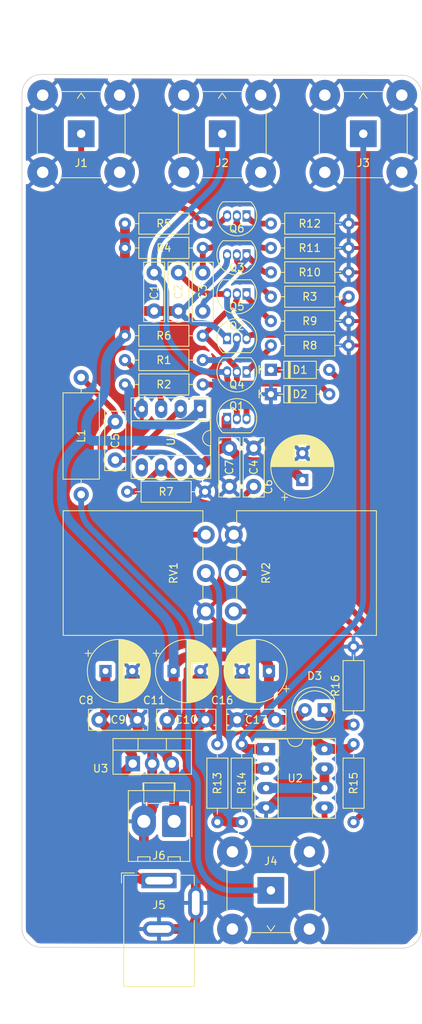
<source format=kicad_pcb>
(kicad_pcb (version 20211014) (generator pcbnew)
  (title_block (title "Enter Title On Page Setting Dialog") (rev "1") (company "Ashton Johnson"))
  (layers (0 "F.Cu" signal) (31 "B.Cu" signal) (35 "F.Paste" user) (37 "F.SilkS" user "F.Silkscreen") (39 "F.Mask" user) (44 "Edge.Cuts" user))
  (net 0 "")
  (net 1 "Y")
  (net 2 "+9V")
  (net 3 "Net-(C2-Pad1)")
  (net 4 "Net-(C3-Pad1)")
  (net 5 "Net-(C3-Pad2)")
  (net 6 "GND")
  (net 7 "Net-(C4-Pad2)")
  (net 8 "Net-(C5-Pad1)")
  (net 9 "COMP_VIDEO_IN")
  (net 10 "Net-(D1-Pad1)")
  (net 11 "Net-(D1-Pad2)")
  (net 12 "X")
  (net 13 "Z")
  (net 14 "Net-(Q1-Pad2)")
  (net 15 "Net-(Q2-Pad2)")
  (net 16 "Net-(Q3-Pad2)")
  (net 17 "Net-(Q4-Pad1)")
  (net 18 "Net-(Q5-Pad1)")
  (net 19 "Net-(Q6-Pad1)")
  (net 20 "Net-(R1-Pad2)")
  (net 21 "Net-(R2-Pad1)")
  (net 22 "Net-(R13-Pad1)")
  (net 23 "Net-(R13-Pad2)")
  (net 24 "Net-(R15-Pad2)")
  (net 25 "Net-(RV2-Pad2)")
  (net 28 "Net-(U2-Pad3)")
  (net 29 "Net-(D3-Pad1)")
  (net 30 "Net-(C5-Pad2)")
  (net 31 "+VDC")
  (footprint "Package_TO_SOT_THT:TO-92_Inline" (layer "F.Cu") (at 127.46 99.365)
    (fp_text reference "Q2")
    (fp_text value "2N3906")
  )
  (footprint "Resistor_THT:R_Axial_DIN0207_L6.3mm_D2.5mm_P10.16mm_Horizontal" (layer "F.Cu") (at 114.125 84.4)
    (fp_text reference "R5")
    (fp_text value "2.2k")
  )
  (footprint "Capacitor_THT:CP_Radial_D8.0mm_P3.50mm" (layer "F.Cu") (at 137.2825 117.802651 90)
    (fp_text reference "C6")
    (fp_text value "10u")
  )
  (footprint "Diode_THT:D_DO-35_SOD27_P7.62mm_Horizontal" (layer "F.Cu") (at 133.175 103.45)
    (fp_text reference "D1")
    (fp_text value "1N4148")
  )
  (footprint "Diode_THT:D_DO-35_SOD27_P7.62mm_Horizontal" (layer "F.Cu") (at 133.175 106.625)
    (fp_text reference "D2")
    (fp_text value "1N4148")
  )
  (footprint "Capacitor_THT:C_Disc_D7.5mm_W2.5mm_P5.00mm" (layer "F.Cu") (at 119.627651 149.04)
    (fp_text reference "C10")
    (fp_text value "0.1u")
  )
  (footprint "Package_TO_SOT_THT:TO-92_Inline" (layer "F.Cu") (at 130 93.565 180)
    (fp_text reference "Q5")
    (fp_text value "2N3904")
  )
  (footprint "Capacitor_THT:CP_Radial_D8.0mm_P3.50mm" (layer "F.Cu") (at 120.475 142.69)
    (fp_text reference "C11")
    (fp_text value "10u")
  )
  (footprint "Package_TO_SOT_THT:TO-92_Inline" (layer "F.Cu") (at 130 83.405 180)
    (fp_text reference "Q6")
    (fp_text value "2N3904")
  )
  (footprint "Symbol:OSHW-Logo_7.5x8mm_Copper" (layer "F.Cu") (at 107.775 171.12)
    (fp_text reference "REF**" hide)
    (fp_text value "OSHW-Logo_7.5x8mm_Copper" hide)
  )
  (footprint "Resistor_THT:R_Axial_DIN0207_L6.3mm_D2.5mm_P10.16mm_Horizontal" (layer "F.Cu") (at 124.5825 119.325 180)
    (fp_text reference "R7")
    (fp_text value "680k")
  )
  (footprint "Package_DIP:DIP-8_W7.62mm_Socket_LongPads" (layer "F.Cu") (at 123.9375 108.54 -90)
    (fp_text reference "U1")
    (fp_text value "LM1881")
  )
  (footprint "Capacitor_THT:C_Disc_D7.5mm_W2.5mm_P5.00mm" (layer "F.Cu") (at 121.11 90.79 -90)
    (fp_text reference "C2")
    (fp_text value "22n")
  )
  (footprint "Capacitor_THT:C_Disc_D7.5mm_W2.5mm_P5.00mm" (layer "F.Cu") (at 112.855 115.2 90)
    (fp_text reference "C5")
    (fp_text value "10n")
  )
  (footprint "Potentiometer_THT:Potentiometer_Piher_PC-16_Single_Vertical" (layer "F.Cu") (at 128.335 134.925)
    (fp_text reference "RV2")
    (fp_text value "10k")
  )
  (footprint "Connector_Coaxial:BNC_TEConnectivity_1478035_Horizontal" (layer "F.Cu") (at 108.41 72.695)
    (fp_text reference "J1")
    (fp_text value "Conn_Coaxial_Power")
  )
  (footprint "Resistor_THT:R_Axial_DIN0207_L6.3mm_D2.5mm_P10.16mm_Horizontal" (layer "F.Cu") (at 114.125 105.355)
    (fp_text reference "R2")
    (fp_text value "6.8k")
  )
  (footprint "Resistor_THT:R_Axial_DIN0207_L6.3mm_D2.5mm_P10.16mm_Horizontal" (layer "F.Cu") (at 126.19 152.215 -90)
    (fp_text reference "R13")
    (fp_text value "2.2k")
  )
  (footprint "Resistor_THT:R_Axial_DIN0207_L6.3mm_D2.5mm_P10.16mm_Horizontal" (layer "F.Cu") (at 133.175 84.4)
    (fp_text reference "R12")
    (fp_text value "2.2k")
  )
  (footprint "Resistor_THT:R_Axial_DIN0207_L6.3mm_D2.5mm_P10.16mm_Horizontal" (layer "F.Cu") (at 133.175 97.1)
    (fp_text reference "R9")
    (fp_text value "680")
  )
  (footprint "Capacitor_THT:C_Disc_D7.5mm_W2.5mm_P5.00mm" (layer "F.Cu") (at 124.285 95.79 90)
    (fp_text reference "C3")
    (fp_text value "0.1u")
  )
  (footprint "Potentiometer_THT:Potentiometer_Piher_PC-16_Single_Vertical" (layer "F.Cu") (at 124.68 124.925 180)
    (fp_text reference "RV1")
    (fp_text value "1k")
  )
  (footprint "Capacitor_THT:C_Disc_D7.5mm_W2.5mm_P5.00mm" (layer "F.Cu") (at 130.9325 113.65 -90)
    (fp_text reference "C4")
    (fp_text value "0.1u")
  )
  (footprint "Resistor_THT:R_Axial_DIN0207_L6.3mm_D2.5mm_P10.16mm_Horizontal" (layer "F.Cu") (at 114.125 99.005)
    (fp_text reference "R6")
    (fp_text value "3.3k")
  )
  (footprint "Capacitor_THT:C_Disc_D7.5mm_W2.5mm_P5.00mm" (layer "F.Cu") (at 127.7575 113.65 -90)
    (fp_text reference "C7")
    (fp_text value "0.1u")
  )
  (footprint "Connector_Coaxial:BNC_TEConnectivity_1478035_Horizontal" (layer "F.Cu") (at 133.175 171.265 180)
    (fp_text reference "J4")
    (fp_text value "Conn_Coaxial_Power")
  )
  (footprint "Package_TO_SOT_THT:TO-92_Inline" (layer "F.Cu") (at 127.46 109.8)
    (fp_text reference "Q1")
    (fp_text value "2N3906")
  )
  (footprint "Resistor_THT:R_Axial_DIN0207_L6.3mm_D2.5mm_P10.16mm_Horizontal" (layer "F.Cu") (at 133.175 90.75)
    (fp_text reference "R10")
    (fp_text value "3.3k")
  )
  (footprint "Connector_Coaxial:BNC_TEConnectivity_1478035_Horizontal" (layer "F.Cu") (at 145.24 72.695)
    (fp_text reference "J3")
    (fp_text value "Conn_Coaxial_Power")
  )
  (footprint "Connector_Coaxial:BNC_TEConnectivity_1478035_Horizontal" (layer "F.Cu") (at 126.825 72.695)
    (fp_text reference "J2")
    (fp_text value "Conn_Coaxial_Power")
  )
  (footprint "Resistor_THT:R_Axial_DIN0207_L6.3mm_D2.5mm_P10.16mm_Horizontal" (layer "F.Cu") (at 133.175 87.575)
    (fp_text reference "R11")
    (fp_text value "3.3k")
  )
  (footprint "Capacitor_THT:C_Disc_D7.5mm_W2.5mm_P5.00mm" (layer "F.Cu") (at 117.935 90.79 -90)
    (fp_text reference "C1")
    (fp_text value "100n")
  )
  (footprint "Connector_BarrelJack:BarrelJack_GCT_DCJ200-10-A_Horizontal" (layer "F.Cu") (at 118.57 169.995)
    (fp_text reference "J5")
    (fp_text value "Barrel_Jack_Switch")
  )
  (footprint "Capacitor_THT:C_Disc_D7.5mm_W2.5mm_P5.00mm" (layer "F.Cu") (at 110.737651 149.04)
    (fp_text reference "C9")
    (fp_text value "0.33u")
  )
  (footprint "Resistor_THT:R_Axial_DIN0207_L6.3mm_D2.5mm_P10.16mm_Horizontal" (layer "F.Cu") (at 143.97 149.675 90)
    (fp_text reference "R16")
    (fp_text value "2.4k")
  )
  (footprint "Package_TO_SOT_THT:TO-92_Inline" (layer "F.Cu") (at 130 103.725 180)
    (fp_text reference "Q4")
    (fp_text value "2N3904")
  )
  (footprint "Package_TO_SOT_THT:TO-92_Inline" (layer "F.Cu") (at 130 88.485 180)
    (fp_text reference "Q3")
    (fp_text value "2N3904")
  )
  (footprint "Resistor_THT:R_Axial_DIN0207_L6.3mm_D2.5mm_P10.16mm_Horizontal" (layer "F.Cu") (at 143.97 152.215 -90)
    (fp_text reference "R15")
    (fp_text value "68k")
  )
  (footprint "Resistor_THT:R_Axial_DIN0207_L6.3mm_D2.5mm_P10.16mm_Horizontal" (layer "F.Cu") (at 133.175 100.275)
    (fp_text reference "R8")
    (fp_text value "68k")
  )
  (footprint "Capacitor_THT:CP_Radial_D8.0mm_P3.50mm" (layer "F.Cu") (at 111.585 142.69)
    (fp_text reference "C8")
    (fp_text value "10u")
  )
  (footprint "Capacitor_THT:C_Disc_D7.5mm_W2.5mm_P5.00mm" (layer "F.Cu") (at 133.77 149.04 180)
    (fp_text reference "C17")
    (fp_text value "0.1u")
  )
  (footprint "Inductor_THT:L_Axial_L11.0mm_D4.5mm_P15.24mm_Horizontal_Fastron_MECC" (layer "F.Cu") (at 108.41 119.69 90)
    (fp_text reference "L1")
    (fp_text value "22u")
  )
  (footprint "Resistor_THT:R_Axial_DIN0207_L6.3mm_D2.5mm_P10.16mm_Horizontal" (layer "F.Cu") (at 129.365 162.375 90)
    (fp_text reference "R14")
    (fp_text value "4.7k")
  )
  (footprint "Capacitor_THT:CP_Radial_D8.0mm_P3.50mm" (layer "F.Cu") (at 132.922651 142.69 180)
    (fp_text reference "C16")
    (fp_text value "10u")
  )
  (footprint "Connector_Molex:Molex_KK-396_A-41791-0002_1x02_P3.96mm_Vertical" (layer "F.Cu") (at 120.55 162.27 180)
    (fp_text reference "J6")
    (fp_text value "Molex 3.96mm")
  )
  (footprint "Package_TO_SOT_THT:TO-220-3_Vertical" (layer "F.Cu") (at 115.142651 154.755)
    (fp_text reference "U3")
    (fp_text value "LM7809_TO220")
  )
  (footprint "Package_DIP:DIP-8_W7.62mm_Socket_LongPads" (layer "F.Cu") (at 132.55 152.86)
    (fp_text reference "U2")
    (fp_text value "AD8032")
  )
  (footprint "Resistor_THT:R_Axial_DIN0207_L6.3mm_D2.5mm_P10.16mm_Horizontal" (layer "F.Cu") (at 124.285 102.18 180)
    (fp_text reference "R1")
    (fp_text value "6.8k")
  )
  (footprint "Resistor_THT:R_Axial_DIN0207_L6.3mm_D2.5mm_P10.16mm_Horizontal" (layer "F.Cu") (at 114.125 87.575)
    (fp_text reference "R4")
    (fp_text value "5.6k")
  )
  (footprint "LED_THT:LED_D5.0mm" (layer "F.Cu") (at 140.165 147.77 180)
    (fp_text reference "D3")
    (fp_text value "Indicator")
  )
  (footprint "Resistor_THT:R_Axial_DIN0207_L6.3mm_D2.5mm_P10.16mm_Horizontal" (layer "F.Cu") (at 133.175 93.925)
    (fp_text reference "R3")
    (fp_text value "180")
  )
  (footprint "Symbol:OSHW-Logo_7.5x8mm_Copper" (layer "F.Cu") (at 107.775 171.12)
    (fp_text reference "REF**" hide)
    (fp_text value "OSHW-Logo_7.5x8mm_Copper" hide)
  )
  (gr_arc (start 150.32 65.075) (mid 152.116051 65.818949) (end 152.86 67.615) (layer "Edge.Cuts") (width 0.1))
  (gr_line (start 152.859999 176.254474) (end 152.86 67.615) (layer "Edge.Cuts") (width 0.1))
  (gr_arc (start 100.681051 67.506051) (mid 101.425 65.71) (end 103.221051 64.966051) (layer "Edge.Cuts") (width 0.1))
  (gr_line (start 150.319999 178.794474) (end 103.22105 178.685525) (layer "Edge.Cuts") (width 0.1))
  (gr_arc (start 152.859999 176.254474) (mid 152.11605 178.050525) (end 150.319999 178.794474) (layer "Edge.Cuts") (width 0.1))
  (gr_arc (start 103.22105 178.685525) (mid 101.424974 177.941587) (end 100.68105 176.145525) (layer "Edge.Cuts") (width 0.1))
  (gr_line (start 103.221051 64.966051) (end 150.32 65.075) (layer "Edge.Cuts") (width 0.1))
  (gr_line (start 100.681051 67.506051) (end 100.68105 176.145525) (layer "Edge.Cuts") (width 0.1))
  (segment (start 130 108.660408) (end 130 109.8) (width 0.762) (layer "F.Cu") (net 1))
  (segment (start 129.194186 106.715002) (end 127.903998 105.424814) (width 0.762) (layer "F.Cu") (net 1))
  (segment (start 127.46 104.352908) (end 127.46 103.725) (width 0.762) (layer "F.Cu") (net 1))
  (arc (start 129.194186 106.715002) (mid 129.790575 107.607562) (end 130 108.660408) (width 0.762) (layer "F.Cu") (net 1))
  (arc (start 127.46 104.352908) (mid 127.575391 104.933019) (end 127.903998 105.424814) (width 0.762) (layer "F.Cu") (net 1))
  (segment (start 122.282413 102.372594) (end 121.109303 101.199484) (width 0.762) (layer "B.Cu") (net 1))
  (segment (start 119.515511 93.488101) (end 119.515511 97.351728) (width 0.762) (layer "B.Cu") (net 1))
  (segment (start 126.825 76.156036) (end 126.825 72.695) (width 0.762) (layer "B.Cu") (net 1))
  (segment (start 125.547409 103.725) (end 127.46 103.725) (width 0.762) (layer "B.Cu") (net 1))
  (segment (start 117.935 89.045) (end 117.935 89.672409) (width 0.762) (layer "B.Cu") (net 1))
  (segment (start 125.231207 80.003792) (end 119.168901 86.066098) (width 0.762) (layer "B.Cu") (net 1))
  (arc (start 126.825 76.156036) (mid 126.410786 78.238426) (end 125.231207 80.003792) (width 0.762) (layer "B.Cu") (net 1))
  (arc (start 122.282413 102.372594) (mid 123.780406 103.373521) (end 125.547409 103.725) (width 0.762) (layer "B.Cu") (net 1))
  (arc (start 118.725255 91.580255) (mid 119.31013 92.455582) (end 119.515511 93.488101) (width 0.762) (layer "B.Cu") (net 1))
  (arc (start 117.935 89.672409) (mid 118.14038 90.704928) (end 118.725255 91.580255) (width 0.762) (layer "B.Cu") (net 1))
  (arc (start 119.515511 97.351728) (mid 119.929724 99.434118) (end 121.109303 101.199484) (width 0.762) (layer "B.Cu") (net 1))
  (arc (start 119.168901 86.066098) (mid 118.25568 87.43283) (end 117.935 89.045) (width 0.762) (layer "B.Cu") (net 1))
  (segment (start 127.56399 113.45649) (end 127.95101 113.84351) (width 1.27) (layer "F.Cu") (net 2))
  (segment (start 127.37048 112.989315) (end 127.37048 109.8) (width 1.27) (layer "F.Cu") (net 2))
  (segment (start 120.475 143.0075) (end 120.475 147.593484) (width 1.27) (layer "F.Cu") (net 2))
  (segment (start 141.7475 152.86) (end 142.868916 152.86) (width 1.27) (layer "F.Cu") (net 2))
  (segment (start 136.3475 149.04) (end 136.3525 149.04) (width 1.27) (layer "F.Cu") (net 2))
  (segment (start 114.125 95.72117) (end 114.125 99.005) (width 1.27) (layer "F.Cu") (net 2))
  (segment (start 131.185412 140.785) (end 122.643025 140.785) (width 1.27) (layer "F.Cu") (net 2))
  (segment (start 120.55 155.313819) (end 120.55 162.27) (width 1.27) (layer "F.Cu") (net 2))
  (segment (start 120.475 142.3725) (end 120.475 143.0075) (width 1.27) (layer "F.Cu") (net 2))
  (segment (start 132.922651 142.246325) (end 132.922651 143.133674) (width 1.27) (layer "F.Cu") (net 2))
  (segment (start 125.984345 114.113154) (end 123.9375 116.16) (width 1.27) (layer "F.Cu") (net 2))
  (segment (start 133.325187 115.484511) (end 130.889206 115.484511) (width 1.27) (layer "F.Cu") (net 2))
  (segment (start 143.6475 152.5375) (end 143.97 152.215) (width 1.27) (layer "F.Cu") (net 2))
  (segment (start 120.699506 141.830493) (end 121.11 141.42) (width 1.27) (layer "F.Cu") (net 2))
  (segment (start 136.3475 149.04) (end 134.369166 149.04) (width 1.27) (layer "F.Cu") (net 2))
  (segment (start 127.1025 113.65) (end 127.483835 113.65) (width 1.27) (layer "F.Cu") (net 2))
  (segment (start 136.351767 149.041767) (end 139.054539 151.744539) (width 1.27) (layer "F.Cu") (net 2))
  (segment (start 119.627651 149.639166) (end 119.627651 153.739271) (width 1.27) (layer "F.Cu") (net 2))
  (segment (start 127.95101 113.84351) (end 128.674755 114.567255) (width 1.27) (layer "F.Cu") (net 2))
  (segment (start 132.413825 141.293825) (end 132.608925 141.488925) (width 1.27) (layer "F.Cu") (net 2))
  (segment (start 114.125 85.9875) (end 114.125 89.1625) (width 1.27) (layer "F.Cu") (net 2))
  (segment (start 114.52617 95.79) (end 116.3475 95.79) (width 1.27) (layer "F.Cu") (net 2))
  (segment (start 136.356767 149.038232) (end 137.625 147.77) (width 1.27) (layer "F.Cu") (net 2))
  (segment (start 136.12343 116.643581) (end 137.2825 117.802651) (width 1.27) (layer "F.Cu") (net 2))
  (segment (start 119.5225 95.79) (end 116.3475 95.79) (width 1.27) (layer "F.Cu") (net 2))
  (segment (start 120.058976 154.591325) (end 120.386325 154.918674) (width 1.27) (layer "F.Cu") (net 2))
  (segment (start 132.922651 143.133674) (end 132.922651 147.593484) (width 1.27) (layer "F.Cu") (net 2))
  (segment (start 120.058976 154.591325) (end 119.925151 154.4575) (width 1.27) (layer "F.Cu") (net 2))
  (segment (start 114.125 95.72117) (end 114.125 95.388829) (width 1.27) (layer "F.Cu") (net 2))
  (segment (start 114.125 85.9875) (end 114.125 84.4) (width 1.27) (layer "F.Cu") (net 2))
  (segment (start 114.125 95.388829) (end 114.125 89.1625) (width 1.27) (layer "F.Cu") (net 2))
  (segment (start 119.5225 95.79) (end 121.11 95.79) (width 1.27) (layer "F.Cu") (net 2))
  (arc (start 132.413825 141.293825) (mid 131.850224 140.917239) (end 131.185412 140.785) (width 1.27) (layer "F.Cu") (net 2))
  (arc (start 127.37048 112.989315) (mid 127.420771 113.242148) (end 127.56399 113.45649) (width 1.27) (layer "F.Cu") (net 2))
  (arc (start 136.356767 149.038232) (mid 136.354809 149.03954) (end 136.3525 149.04) (width 1.27) (layer "F.Cu") (net 2))
  (arc (start 120.475 147.593484) (mid 120.36489 148.147041) (end 120.051325 148.616325) (width 1.27) (layer "F.Cu") (net 2))
  (arc (start 143.6475 152.5375) (mid 143.290282 152.776184) (end 142.868916 152.86) (width 1.27) (layer "F.Cu") (net 2))
  (arc (start 139.054539 151.744539) (mid 140.29008 152.570101) (end 141.7475 152.86) (width 1.27) (layer "F.Cu") (net 2))
  (arc (start 136.12343 116.643581) (mid 134.839585 115.785743) (end 133.325187 115.484511) (width 1.27) (layer "F.Cu") (net 2))
  (arc (start 120.386325 154.918674) (mid 120.507462 155.099968) (end 120.55 155.313819) (width 1.27) (layer "F.Cu") (net 2))
  (arc (start 122.643025 140.785) (mid 121.813357 140.950031) (end 121.11 141.42) (width 1.27) (layer "F.Cu") (net 2))
  (arc (start 136.3525 149.04) (mid 136.351543 149.040638) (end 136.351767 149.041767) (width 1.27) (layer "F.Cu") (net 2))
  (arc (start 128.674755 114.567255) (mid 129.690753 115.246123) (end 130.889206 115.484511) (width 1.27) (layer "F.Cu") (net 2))
  (arc (start 127.483835 113.65) (mid 127.588562 113.580023) (end 127.56399 113.45649) (width 1.27) (layer "F.Cu") (net 2))
  (arc (start 119.627651 153.739271) (mid 119.704968 154.127973) (end 119.925151 154.4575) (width 1.27) (layer "F.Cu") (net 2))
  (arc (start 127.1025 113.65) (mid 126.497358 113.770369) (end 125.984345 114.113154) (width 1.27) (layer "F.Cu") (net 2))
  (arc (start 127.95101 113.84351) (mid 127.736668 113.700291) (end 127.483835 113.65) (width 1.27) (layer "F.Cu") (net 2))
  (arc (start 114.125 95.388829) (mid 114.155537 95.54235) (end 114.2425 95.6725) (width 1.27) (layer "F.Cu") (net 2))
  (arc (start 120.051325 148.616325) (mid 119.73776 149.085608) (end 119.627651 149.639166) (width 1.27) (layer "F.Cu") (net 2))
  (arc (start 114.2425 95.6725) (mid 114.372648 95.759462) (end 114.52617 95.79) (width 1.27) (layer "F.Cu") (net 2))
  (arc (start 136.351767 149.041767) (mid 136.349809 149.040459) (end 136.3475 149.04) (width 1.27) (layer "F.Cu") (net 2))
  (arc (start 133.346325 148.616325) (mid 133.815608 148.92989) (end 134.369166 149.04) (width 1.27) (layer "F.Cu") (net 2))
  (arc (start 114.2425 95.6725) (mid 114.167489 95.657579) (end 114.125 95.72117) (width 1.27) (layer "F.Cu") (net 2))
  (arc (start 120.699506 141.830493) (mid 120.533347 142.079168) (end 120.475 142.3725) (width 1.27) (layer "F.Cu") (net 2))
  (arc (start 132.922651 147.593484) (mid 133.03276 148.147041) (end 133.346325 148.616325) (width 1.27) (layer "F.Cu") (net 2))
  (arc (start 132.608925 141.488925) (mid 132.841116 141.836423) (end 132.922651 142.246325) (width 1.27) (layer "F.Cu") (net 2))
  (segment (start 121.665201 95.644979) (end 126.977335 90.332845) (width 0.762) (layer "B.Cu") (net 2))
  (segment (start 120.475 139.083963) (end 120.475 142.69) (width 1.27) (layer "B.Cu") (net 2))
  (segment (start 123.796078 115.618578) (end 122.4075 114.23) (width 1.27) (layer "B.Cu") (net 2))
  (segment (start 110.314999 108.254999) (end 109.943025 108.626974) (width 1.27) (layer "B.Cu") (net 2))
  (segment (start 127.46 89.16759) (end 127.46 88.485) (width 0.762) (layer "B.Cu") (net 2))
  (segment (start 111.585 105.188948) (end 111.585 103.341051) (width 1.27) (layer "B.Cu") (net 2))
  (segment (start 107.4575 113.6525) (end 108.7275 112.3825) (width 1.27) (layer "B.Cu") (net 2))
  (segment (start 112.855 100.275) (end 114.125 99.005) (width 1.27) (layer "B.Cu") (net 2))
  (segment (start 121.25502 95.93502) (end 121.900255 96.580255) (width 0.762) (layer "B.Cu") (net 2))
  (segment (start 124.078011 97.370511) (end 123.808101 97.370511) (width 0.762) (layer "B.Cu") (net 2))
  (segment (start 110.129012 112.7) (end 118.713753 112.7) (width 1.27) (layer "B.Cu") (net 2))
  (segment (start 109.045 110.795) (end 109.045 111.615987) (width 1.27) (layer "B.Cu") (net 2))
  (segment (start 126.446621 98.351621) (end 127.46 99.365) (width 0.762) (layer "B.Cu") (net 2))
  (segment (start 105.87 117.485064) (end 105.87 119.971036) (width 1.27) (layer "B.Cu") (net 2))
  (segment (start 123.9375 115.96) (end 123.9375 116.16) (width 1.27) (layer "B.Cu") (net 2))
  (segment (start 118.881207 135.236207) (end 107.463792 123.818792) (width 1.27) (layer "B.Cu") (net 2))
  (arc (start 107.4575 113.6525) (mid 106.282577 115.410895) (end 105.87 117.485064) (width 1.27) (layer "B.Cu") (net 2))
  (arc (start 109.3625 112.3825) (mid 109.714178 112.617484) (end 110.129012 112.7) (width 1.27) (layer "B.Cu") (net 2))
  (arc (start 118.881207 135.236207) (mid 120.060786 137.001572) (end 120.475 139.083963) (width 1.27) (layer "B.Cu") (net 2))
  (arc (start 126.446621 98.351621) (mid 125.359893 97.625493) (end 124.078011 97.370511) (width 0.762) (layer "B.Cu") (net 2))
  (arc (start 122.4075 114.23) (mid 120.712794 113.097634) (end 118.713753 112.7) (width 1.27) (layer "B.Cu") (net 2))
  (arc (start 123.796078 115.618578) (mid 123.900745 115.775223) (end 123.9375 115.96) (width 1.27) (layer "B.Cu") (net 2))
  (arc (start 127.46 89.16759) (mid 127.334559 89.798221) (end 126.977335 90.332845) (width 0.762) (layer "B.Cu") (net 2))
  (arc (start 121.900255 96.580255) (mid 122.775582 97.16513) (end 123.808101 97.370511) (width 0.762) (layer "B.Cu") (net 2))
  (arc (start 112.855 100.275) (mid 111.915062 101.681716) (end 111.585 103.341051) (width 1.27) (layer "B.Cu") (net 2))
  (arc (start 121.665201 95.644979) (mid 121.504569 95.75231) (end 121.31509 95.79) (width 0.762) (layer "B.Cu") (net 2))
  (arc (start 109.3625 112.3825) (mid 109.045 112.250987) (end 108.7275 112.3825) (width 1.27) (layer "B.Cu") (net 2))
  (arc (start 109.045 111.615987) (mid 109.127515 112.03082) (end 109.3625 112.3825) (width 1.27) (layer "B.Cu") (net 2))
  (arc (start 111.585 105.188948) (mid 111.254937 106.848283) (end 110.314999 108.254999) (width 1.27) (layer "B.Cu") (net 2))
  (arc (start 121.31509 95.79) (mid 121.236605 95.842441) (end 121.25502 95.93502) (width 0.762) (layer "B.Cu") (net 2))
  (arc (start 105.87 119.971036) (mid 106.284213 122.053426) (end 107.463792 123.818792) (width 1.27) (layer "B.Cu") (net 2))
  (arc (start 109.943025 108.626974) (mid 109.278389 109.621672) (end 109.045 110.795) (width 1.27) (layer "B.Cu") (net 2))
  (arc (start 108.7275 112.3825) (mid 108.962484 112.03082) (end 109.045 111.615987) (width 1.27) (layer "B.Cu") (net 2))
  (segment (start 130.235255 99.129744) (end 130 99.365) (width 0.762) (layer "F.Cu") (net 3))
  (segment (start 122.621046 92.301046) (end 121.11 90.79) (width 0.762) (layer "F.Cu") (net 3))
  (segment (start 139.959303 97.300696) (end 143.335 93.925) (width 0.762) (layer "F.Cu") (net 3))
  (segment (start 130.803212 98.894489) (end 136.111547 98.894489) (width 0.762) (layer "F.Cu") (net 3))
  (segment (start 125.6725 93.565) (end 127.46 93.565) (width 0.762) (layer "F.Cu") (net 3))
  (arc (start 122.621046 92.301046) (mid 124.021065 93.236509) (end 125.6725 93.565) (width 0.762) (layer "F.Cu") (net 3))
  (arc (start 139.959303 97.300696) (mid 138.193937 98.480275) (end 136.111547 98.894489) (width 0.762) (layer "F.Cu") (net 3))
  (arc (start 130.803212 98.894489) (mid 130.495836 98.955629) (end 130.235255 99.129744) (width 0.762) (layer "F.Cu") (net 3))
  (segment (start 127.46 94.935779) (end 127.46 93.565) (width 0.762) (layer "B.Cu") (net 3))
  (segment (start 129.816703 98.663262) (end 128.429287 97.275846) (width 0.762) (layer "B.Cu") (net 3))
  (segment (start 130 99.105779) (end 130 99.365) (width 0.762) (layer "B.Cu") (net 3))
  (arc (start 127.46 94.935779) (mid 127.711909 96.202214) (end 128.429287 97.275846) (width 0.762) (layer "B.Cu") (net 3))
  (arc (start 129.816703 98.663262) (mid 129.952362 98.86629) (end 130 99.105779) (width 0.762) (layer "B.Cu") (net 3))
  (segment (start 132.72 90.75) (end 133.175 90.75) (width 0.762) (layer "F.Cu") (net 4))
  (segment (start 131.943266 90.428266) (end 130 88.485) (width 0.762) (layer "F.Cu") (net 4))
  (arc (start 131.943266 90.428266) (mid 132.299634 90.666384) (end 132.72 90.75) (width 0.762) (layer "F.Cu") (net 4))
  (segment (start 124.285 95.25422) (end 124.285 95.79) (width 0.762) (layer "B.Cu") (net 4))
  (segment (start 130 88.74422) (end 130 88.485) (width 0.762) (layer "B.Cu") (net 4))
  (segment (start 129.816703 89.186737) (end 124.663853 94.339587) (width 0.762) (layer "B.Cu") (net 4))
  (arc (start 130 88.74422) (mid 129.952362 88.983708) (end 129.816703 89.186737) (width 0.762) (layer "B.Cu") (net 4))
  (arc (start 124.663853 94.339587) (mid 124.38346 94.759224) (end 124.285 95.25422) (width 0.762) (layer "B.Cu") (net 4))
  (segment (start 131.224499 87.065521) (end 129.142251 84.983273) (width 0.762) (layer "F.Cu") (net 5))
  (segment (start 124.285 88.2435) (end 124.285 90.79) (width 0.762) (layer "F.Cu") (net 5))
  (segment (start 132.454489 87.575) (end 133.175 87.575) (width 0.762) (layer "F.Cu") (net 5))
  (segment (start 126.0947 87.102299) (end 128.354526 84.842473) (width 0.762) (layer "F.Cu") (net 5))
  (segment (start 128.73 83.988011) (end 128.73 83.936) (width 0.762) (layer "F.Cu") (net 5))
  (arc (start 128.73 83.936) (mid 128.632417 84.426579) (end 128.354526 84.842473) (width 0.762) (layer "F.Cu") (net 5))
  (arc (start 124.9535 87.575) (mid 124.480799 87.770799) (end 124.285 88.2435) (width 0.762) (layer "F.Cu") (net 5))
  (arc (start 126.0947 87.102299) (mid 125.571113 87.452149) (end 124.9535 87.575) (width 0.762) (layer "F.Cu") (net 5))
  (arc (start 131.224499 87.065521) (mid 131.788823 87.44259) (end 132.454489 87.575) (width 0.762) (layer "F.Cu") (net 5))
  (arc (start 128.73 83.988011) (mid 128.83714 84.526642) (end 129.142251 84.983273) (width 0.762) (layer "F.Cu") (net 5))
  (arc (start 128.73 83.936) (mid 128.73 83.936) (end 128.73 83.936) (width 0.762) (layer "F.Cu") (net 5))
  (segment (start 123.975 147.925855) (end 123.975 142.69) (width 1.27) (layer "F.Cu") (net 6))
  (segment (start 123.37 174.690319) (end 123.37 174.125) (width 1.27) (layer "F.Cu") (net 6))
  (segment (start 132.75 160.48) (end 132.55 160.48) (width 1.27) (layer "F.Cu") (net 6))
  (segment (start 133.091421 160.338578) (end 134.015 159.415) (width 1.27) (layer "F.Cu") (net 6))
  (segment (start 116.307809 151.222809) (end 116.919912 151.834912) (width 1.27) (layer "F.Cu") (net 6))
  (segment (start 117.682651 160.404728) (end 117.682651 155.833674) (width 1.27) (layer "F.Cu") (net 6))
  (segment (start 129.7025 149.04) (end 127.8375 149.04) (width 1.27) (layer "F.Cu") (net 6))
  (segment (start 116.59 163.04262) (end 116.59 164.799713) (width 1.27) (layer "F.Cu") (net 6))
  (segment (start 121.765319 176.295) (end 118.57 176.295) (width 1.27) (layer "F.Cu") (net 6))
  (segment (start 133.4925 150.945) (end 133.995987 150.945) (width 1.27) (layer "F.Cu") (net 6))
  (segment (start 129.218825 144.595) (end 129.324234 144.595) (width 1.27) (layer "F.Cu") (net 6))
  (segment (start 123.37 166.242218) (end 123.37 151.186944) (width 1.27) (layer "F.Cu") (net 6))
  (segment (start 123.37 166.397781) (end 123.37 166.955) (width 1.27) (layer "F.Cu") (net 6))
  (segment (start 123.37 171.665) (end 123.37 174.125) (width 1.27) (layer "F.Cu") (net 6))
  (segment (start 123.37 166.242218) (end 123.37 166.397781) (width 1.27) (layer "F.Cu") (net 6))
  (segment (start 128.96929 144.69836) (end 124.953976 148.713674) (width 1.27) (layer "F.Cu") (net 6))
  (segment (start 129.422651 144.496583) (end 129.422651 142.69) (width 1.27) (layer "F.Cu") (net 6))
  (segment (start 123.37 166.955) (end 123.37 168.225) (width 1.27) (layer "F.Cu") (net 6))
  (segment (start 124.301325 149.366325) (end 123.998825 149.668825) (width 1.27) (layer "F.Cu") (net 6))
  (segment (start 131.294377 149.699377) (end 131.86648 150.27148) (width 1.27) (layer "F.Cu") (net 6))
  (segment (start 115.737651 149.846325) (end 115.737651 149.501493) (width 1.27) (layer "F.Cu") (net 6))
  (segment (start 123.37 171.665) (end 123.37 168.225) (width 1.27) (layer "F.Cu") (net 6))
  (segment (start 127.8375 149.04) (end 125.089144 149.04) (width 1.27) (layer "F.Cu") (net 6))
  (segment (start 135.08 156.843862) (end 135.08 152.029012) (width 1.27) (layer "F.Cu") (net 6))
  (segment (start 123.182218 166.43) (end 118.220286 166.43) (width 1.27) (layer "F.Cu") (net 6))
  (segment (start 115.085 147.925855) (end 115.085 142.69) (width 1.27) (layer "F.Cu") (net 6))
  (segment (start 117.682651 153.676325) (end 117.682651 155.833674) (width 1.27) (layer "F.Cu") (net 6))
  (arc (start 129.393825 144.566174) (mid 129.361896 144.587508) (end 129.324234 144.595) (width 1.27) (layer "F.Cu") (net 6))
  (arc (start 123.37 166.397781) (mid 123.350111 166.368015) (end 123.315 166.375) (width 1.27) (layer "F.Cu") (net 6))
  (arc (start 116.919912 151.834912) (mid 117.484421 152.679759) (end 117.682651 153.676325) (width 1.27) (layer "F.Cu") (net 6))
  (arc (start 124.953976 148.713674) (mid 124.912538 148.921995) (end 125.089144 149.04) (width 1.27) (layer "F.Cu") (net 6))
  (arc (start 115.085 147.925855) (mid 115.169809 148.352219) (end 115.411325 148.713674) (width 1.27) (layer "F.Cu") (net 6))
  (arc (start 129.422651 144.496583) (mid 129.415159 144.534245) (end 129.393825 144.566174) (width 1.27) (layer "F.Cu") (net 6))
  (arc (start 123.998825 149.668825) (mid 123.533426 150.365344) (end 123.37 151.186944) (width 1.27) (layer "F.Cu") (net 6))
  (arc (start 123.315 166.375) (mid 123.355705 166.314079) (end 123.37 166.242218) (width 1.27) (layer "F.Cu") (net 6))
  (arc (start 131.86648 150.27148) (mid 132.612504 150.769957) (end 133.4925 150.945) (width 1.27) (layer "F.Cu") (net 6))
  (arc (start 117.136325 161.723674) (mid 116.731985 162.328811) (end 116.59 163.04262) (width 1.27) (layer "F.Cu") (net 6))
  (arc (start 123.975 147.925855) (mid 124.059809 148.352219) (end 124.301325 148.713674) (width 1.27) (layer "F.Cu") (net 6))
  (arc (start 117.0675 165.9525) (mid 117.596402 166.305901) (end 118.220286 166.43) (width 1.27) (layer "F.Cu") (net 6))
  (arc (start 115.411325 148.713674) (mid 115.652841 149.075128) (end 115.737651 149.501493) (width 1.27) (layer "F.Cu") (net 6))
  (arc (start 123.37 174.690319) (mid 123.24785 175.304404) (end 122.9 175.825) (width 1.27) (layer "F.Cu") (net 6))
  (arc (start 115.737651 149.846325) (mid 115.88583 150.591272) (end 116.307809 151.222809) (width 1.27) (layer "F.Cu") (net 6))
  (arc (start 116.59 164.799713) (mid 116.714098 165.423596) (end 117.0675 165.9525) (width 1.27) (layer "F.Cu") (net 6))
  (arc (start 124.301325 149.366325) (mid 124.436493 149.039999) (end 124.301325 148.713674) (width 1.27) (layer "F.Cu") (net 6))
  (arc (start 133.091421 160.338578) (mid 132.934775 160.443245) (end 132.75 160.48) (width 1.27) (layer "F.Cu") (net 6))
  (arc (start 134.7625 151.2625) (mid 134.41082 151.027515) (end 133.995987 150.945) (width 1.27) (layer "F.Cu") (net 6))
  (arc (start 134.7625 151.2625) (mid 134.997484 151.614178) (end 135.08 152.029012) (width 1.27) (layer "F.Cu") (net 6))
  (arc (start 135.08 156.843862) (mid 134.803215 158.235351) (end 134.015 159.415) (width 1.27) (layer "F.Cu") (net 6))
  (arc (start 124.301325 148.713674) (mid 124.62765 148.848842) (end 124.953976 148.713674) (width 1.27) (layer "F.Cu") (net 6))
  (arc (start 123.315 166.375) (mid 123.254079 166.415705) (end 123.182218 166.43) (width 1.27) (layer "F.Cu") (net 6))
  (arc (start 129.218825 144.595) (mid 129.083777 144.621862) (end 128.96929 144.69836) (width 1.27) (layer "F.Cu") (net 6))
  (arc (start 131.294377 149.699377) (mid 130.564017 149.211366) (end 129.7025 149.04) (width 1.27) (layer "F.Cu") (net 6))
  (arc (start 117.682651 160.404728) (mid 117.540665 161.118536) (end 117.136325 161.723674) (width 1.27) (layer "F.Cu") (net 6))
  (arc (start 125.089144 149.04) (mid 124.662779 149.124809) (end 124.301325 149.366325) (width 1.27) (layer "F.Cu") (net 6))
  (arc (start 122.9 175.825) (mid 122.379404 176.17285) (end 121.765319 176.295) (width 1.27) (layer "F.Cu") (net 6))
  (segment (start 122.056207 119.361207) (end 118.858383 116.163383) (width 0.762) (layer "F.Cu") (net 7))
  (segment (start 118.856616 116.160883) (end 116.141512 118.875987) (width 0.762) (layer "F.Cu") (net 7))
  (segment (start 126.997618 120.955) (end 125.903963 120.955) (width 0.762) (layer "F.Cu") (net 7))
  (segment (start 115.0575 119.325) (end 114.4225 119.325) (width 0.762) (layer "F.Cu") (net 7))
  (segment (start 129.78 119.8025) (end 130.9325 118.65) (width 0.762) (layer "F.Cu") (net 7))
  (arc (start 116.141512 118.875987) (mid 115.644163 119.208305) (end 115.0575 119.325) (width 0.762) (layer "F.Cu") (net 7))
  (arc (start 118.8575 116.16125) (mid 118.85718 116.160771) (end 118.856616 116.160883) (width 0.762) (layer "F.Cu") (net 7))
  (arc (start 118.8575 116.16125) (mid 118.857729 116.162404) (end 118.858383 116.163383) (width 0.762) (layer "F.Cu") (net 7))
  (arc (start 129.78 119.8025) (mid 128.503432 120.655475) (end 126.997618 120.955) (width 0.762) (layer "F.Cu") (net 7))
  (arc (start 122.056207 119.361207) (mid 123.821572 120.540786) (end 125.903963 120.955) (width 0.762) (layer "F.Cu") (net 7))
  (segment (start 113.79625 115.2) (end 112.855 115.2) (width 0.762) (layer "F.Cu") (net 8))
  (segment (start 115.403064 114.534435) (end 121.3975 108.54) (width 0.762) (layer "F.Cu") (net 8))
  (arc (start 115.403064 114.534435) (mid 114.665851 115.027025) (end 113.79625 115.2) (width 0.762) (layer "F.Cu") (net 8))
  (segment (start 128.233581 171.265) (end 133.175 171.265) (width 0.762) (layer "B.Cu") (net 9))
  (segment (start 123.65 166.681418) (end 123.65 157.413025) (width 0.762) (layer "B.Cu") (net 9))
  (segment (start 122.38 139.083963) (end 122.38 154.346974) (width 0.762) (layer "B.Cu") (net 9))
  (segment (start 120.786207 135.236207) (end 109.530764 123.980764) (width 0.762) (layer "B.Cu") (net 9))
  (segment (start 108.41 121.275) (end 108.41 119.69) (width 0.762) (layer "B.Cu") (net 9))
  (arc (start 124.9925 169.9225) (mid 126.47952 170.916095) (end 128.233581 171.265) (width 0.762) (layer "B.Cu") (net 9))
  (arc (start 120.786207 135.236207) (mid 121.965786 137.001572) (end 122.38 139.083963) (width 0.762) (layer "B.Cu") (net 9))
  (arc (start 123.015 155.88) (mid 123.484968 156.583357) (end 123.65 157.413025) (width 0.762) (layer "B.Cu") (net 9))
  (arc (start 108.41 121.275) (mid 108.701277 122.739348) (end 109.530764 123.980764) (width 0.762) (layer "B.Cu") (net 9))
  (arc (start 123.65 166.681418) (mid 123.998904 168.435478) (end 124.9925 169.9225) (width 0.762) (layer "B.Cu") (net 9))
  (arc (start 122.38 154.346974) (mid 122.545031 155.176641) (end 123.015 155.88) (width 0.762) (layer "B.Cu") (net 9))
  (segment (start 135.3975 103.45) (end 133.175 103.45) (width 0.762) (layer "F.Cu") (net 10))
  (segment (start 139.191544 105.021544) (end 140.795 106.625) (width 0.762) (layer "F.Cu") (net 10))
  (arc (start 139.191544 105.021544) (mid 137.450822 103.85843) (end 135.3975 103.45) (width 0.762) (layer "F.Cu") (net 10))
  (segment (start 142.7 107.445987) (end 142.7 106.625) (width 0.762) (layer "F.Cu") (net 11))
  (segment (start 141.801974 104.456974) (end 140.795 103.45) (width 0.762) (layer "F.Cu") (net 11))
  (segment (start 129.333405 105.244489) (end 133.985525 105.244489) (width 0.762) (layer "F.Cu") (net 11))
  (segment (start 140.795 108.53) (end 141.615987 108.53) (width 0.762) (layer "F.Cu") (net 11))
  (segment (start 128.73 94.0625) (end 128.73 93.565) (width 0.762) (layer "F.Cu") (net 11))
  (segment (start 128.378214 94.911785) (end 124.371069 98.91893) (width 0.762) (layer "F.Cu") (net 11))
  (segment (start 128.546703 103.023262) (end 124.61451 99.091069) (width 0.762) (layer "F.Cu") (net 11))
  (segment (start 128.73 103.465779) (end 128.73 103.98422) (width 0.762) (layer "F.Cu") (net 11))
  (segment (start 128.73 103.98422) (end 128.73 104.641083) (width 0.762) (layer "F.Cu") (net 11))
  (segment (start 138.626974 107.631974) (end 137.833281 106.838281) (width 0.762) (layer "F.Cu") (net 11))
  (arc (start 124.61451 99.091069) (mid 124.519175 99.027368) (end 124.40672 99.005) (width 0.762) (layer "F.Cu") (net 11))
  (arc (start 128.73 104.641083) (mid 128.775931 104.871996) (end 128.906733 105.067755) (width 0.762) (layer "F.Cu") (net 11))
  (arc (start 124.371069 98.91893) (mid 124.360139 98.973875) (end 124.40672 99.005) (width 0.762) (layer "F.Cu") (net 11))
  (arc (start 142.3825 108.2125) (mid 142.03082 108.447484) (end 141.615987 108.53) (width 0.762) (layer "F.Cu") (net 11))
  (arc (start 128.906733 105.067755) (mid 129.102492 105.198557) (end 129.333405 105.244489) (width 0.762) (layer "F.Cu") (net 11))
  (arc (start 128.73 94.0625) (mid 128.638573 94.522129) (end 128.378214 94.911785) (width 0.762) (layer "F.Cu") (net 11))
  (arc (start 137.833281 106.838281) (mid 136.067915 105.658702) (end 133.985525 105.244489) (width 0.762) (layer "F.Cu") (net 11))
  (arc (start 138.626974 107.631974) (mid 139.621672 108.29661) (end 140.795 108.53) (width 0.762) (layer "F.Cu") (net 11))
  (arc (start 141.801974 104.456974) (mid 142.46661 105.451672) (end 142.7 106.625) (width 0.762) (layer "F.Cu") (net 11))
  (arc (start 142.7 107.445987) (mid 142.617484 107.86082) (end 142.3825 108.2125) (width 0.762) (layer "F.Cu") (net 11))
  (arc (start 128.546703 103.023262) (mid 128.682362 103.22629) (end 128.73 103.465779) (width 0.762) (layer "F.Cu") (net 11))
  (segment (start 108.41 76.799935) (end 108.41 72.695) (width 0.762) (layer "F.Cu") (net 12))
  (segment (start 125.375 84.4) (end 125.761428 84.4) (width 0.762) (layer "F.Cu") (net 12))
  (segment (start 126.9625 83.9025) (end 127.46 83.405) (width 0.762) (layer "F.Cu") (net 12))
  (segment (start 113.830064 82.22) (end 120.563507 82.22) (width 0.762) (layer "F.Cu") (net 12))
  (segment (start 123.514253 83.629253) (end 123.195 83.31) (width 0.762) (layer "F.Cu") (net 12))
  (arc (start 123.195 83.31) (mid 121.98766 82.503281) (end 120.563507 82.22) (width 0.762) (layer "F.Cu") (net 12))
  (arc (start 123.514253 83.629253) (mid 124.367971 84.199689) (end 125.375 84.4) (width 0.762) (layer "F.Cu") (net 12))
  (arc (start 109.9975 80.6325) (mid 111.755895 81.807422) (end 113.830064 82.22) (width 0.762) (layer "F.Cu") (net 12))
  (arc (start 108.41 76.799935) (mid 108.822577 78.874104) (end 109.9975 80.6325) (width 0.762) (layer "F.Cu") (net 12))
  (arc (start 126.9625 83.9025) (mid 126.411443 84.270703) (end 125.761428 84.4) (width 0.762) (layer "F.Cu") (net 12))
  (segment (start 130.466083 152.86) (end 132.55 152.86) (width 1.27) (layer "F.Cu") (net 13))
  (segment (start 129.6875 152.5375) (end 129.365 152.215) (width 1.27) (layer "F.Cu") (net 13))
  (arc (start 129.6875 152.5375) (mid 130.044717 152.776184) (end 130.466083 152.86) (width 1.27) (layer "F.Cu") (net 13))
  (segment (start 145.24 133.080855) (end 145.24 72.695) (width 0.762) (layer "B.Cu") (net 13))
  (segment (start 129.720385 150.854433) (end 143.646207 136.928611) (width 0.762) (layer "B.Cu") (net 13))
  (segment (start 129.365 151.712409) (end 129.365 152.215) (width 0.762) (layer "B.Cu") (net 13))
  (arc (start 145.24 133.080855) (mid 144.825786 135.163245) (end 143.646207 136.928611) (width 0.762) (layer "B.Cu") (net 13))
  (arc (start 129.720385 150.854433) (mid 129.457361 151.248076) (end 129.365 151.712409) (width 0.762) (layer "B.Cu") (net 13))
  (segment (start 128.195427 107.753427) (end 126.331572 105.889572) (width 0.762) (layer "F.Cu") (net 14))
  (segment (start 128.73 109.044) (end 128.73 109.8) (width 0.762) (layer "F.Cu") (net 14))
  (segment (start 125.041 105.355) (end 124.285 105.355) (width 0.762) (layer "F.Cu") (net 14))
  (arc (start 128.195427 107.753427) (mid 128.591069 108.345547) (end 128.73 109.044) (width 0.762) (layer "F.Cu") (net 14))
  (arc (start 126.331572 105.889572) (mid 125.739452 105.49393) (end 125.041 105.355) (width 0.762) (layer "F.Cu") (net 14))
  (segment (start 127.90551 101.35551) (end 128.317748 100.943273) (width 0.762) (layer "B.Cu") (net 15))
  (segment (start 128.73 99.948011) (end 128.73 99.365) (width 0.762) (layer "B.Cu") (net 15))
  (segment (start 125.915018 102.18) (end 124.285 102.18) (width 0.762) (layer "B.Cu") (net 15))
  (arc (start 128.73 99.948011) (mid 128.622859 100.486642) (end 128.317748 100.943273) (width 0.762) (layer "B.Cu") (net 15))
  (arc (start 127.90551 101.35551) (mid 126.992264 101.965722) (end 125.915018 102.18) (width 0.762) (layer "B.Cu") (net 15))
  (segment (start 128.73 88.9825) (end 128.73 88.485) (width 0.762) (layer "F.Cu") (net 16))
  (segment (start 129.081785 89.831785) (end 133.175 93.925) (width 0.762) (layer "F.Cu") (net 16))
  (arc (start 128.73 88.9825) (mid 128.821425 89.442129) (end 129.081785 89.831785) (width 0.762) (layer "F.Cu") (net 16))
  (segment (start 133.077772 100.647227) (end 130 103.725) (width 0.762) (layer "F.Cu") (net 17))
  (segment (start 133.175 100.4125) (end 133.175 100.275) (width 0.762) (layer "F.Cu") (net 17))
  (arc (start 133.175 100.4125) (mid 133.149731 100.539533) (end 133.077772 100.647227) (width 0.762) (layer "F.Cu") (net 17))
  (segment (start 130.127279 94.052279) (end 133.175 97.1) (width 0.762) (layer "F.Cu") (net 18))
  (segment (start 130 93.745) (end 130 93.565) (width 0.762) (layer "F.Cu") (net 18))
  (arc (start 130 93.745) (mid 130.033078 93.911298) (end 130.127279 94.052279) (width 0.762) (layer "F.Cu") (net 18))
  (segment (start 131.698571 84.4) (end 133.175 84.4) (width 0.762) (layer "F.Cu") (net 19))
  (segment (start 130.4975 83.9025) (end 130 83.405) (width 0.762) (layer "F.Cu") (net 19))
  (arc (start 130.4975 83.9025) (mid 131.048556 84.270703) (end 131.698571 84.4) (width 0.762) (layer "F.Cu") (net 19))
  (segment (start 118.8575 107.72625) (end 118.8575 108.54) (width 0.762) (layer "F.Cu") (net 20))
  (segment (start 118.282091 106.337091) (end 114.125 102.18) (width 0.762) (layer "F.Cu") (net 20))
  (arc (start 118.282091 106.337091) (mid 118.707956 106.974442) (end 118.8575 107.72625) (width 0.762) (layer "F.Cu") (net 20))
  (segment (start 114.68298 106.307531) (end 114.68298 108.939999) (width 1.27) (layer "B.Cu") (net 21))
  (segment (start 123.9375 108.62578) (end 123.9375 108.54) (width 1.27) (layer "B.Cu") (net 21))
  (segment (start 123.006019 109.643039) (end 123.876844 108.772215) (width 1.27) (layer "B.Cu") (net 21))
  (segment (start 114.40399 105.63399) (end 114.125 105.355) (width 1.27) (layer "B.Cu") (net 21))
  (segment (start 120.757228 110.57452) (end 116.3175 110.57452) (width 1.27) (layer "B.Cu") (net 21))
  (arc (start 114.68298 108.939999) (mid 114.8074 109.565503) (end 115.16172 110.09578) (width 1.27) (layer "B.Cu") (net 21))
  (arc (start 114.40399 105.63399) (mid 114.610472 105.943013) (end 114.68298 106.307531) (width 1.27) (layer "B.Cu") (net 21))
  (arc (start 123.9375 108.62578) (mid 123.921736 108.70503) (end 123.876844 108.772215) (width 1.27) (layer "B.Cu") (net 21))
  (arc (start 123.006019 109.643039) (mid 121.974265 110.332435) (end 120.757228 110.57452) (width 1.27) (layer "B.Cu") (net 21))
  (arc (start 115.16172 110.09578) (mid 115.691996 110.450099) (end 116.3175 110.57452) (width 1.27) (layer "B.Cu") (net 21))
  (segment (start 126.310255 152.094744) (end 126.19 152.215) (width 0.762) (layer "B.Cu") (net 22))
  (segment (start 125.555255 130.800255) (end 124.68 129.925) (width 0.762) (layer "B.Cu") (net 22))
  (segment (start 126.430511 151.804422) (end 126.430511 132.913309) (width 0.762) (layer "B.Cu") (net 22))
  (arc (start 125.555255 130.800255) (mid 126.203039 131.769732) (end 126.430511 132.913309) (width 0.762) (layer "B.Cu") (net 22))
  (arc (start 126.430511 151.804422) (mid 126.399257 151.961543) (end 126.310255 152.094744) (width 0.762) (layer "B.Cu") (net 22))
  (segment (start 129.355 155.39) (end 130.607928 155.39) (width 1.27) (layer "F.Cu") (net 23))
  (segment (start 127.142499 156.342499) (end 127.204045 156.280954) (width 1.27) (layer "F.Cu") (net 23))
  (segment (start 130.632071 155.4) (end 132.55 155.4) (width 1.27) (layer "F.Cu") (net 23))
  (segment (start 127.7775 162.375) (end 129.365 162.375) (width 1.27) (layer "F.Cu") (net 23))
  (segment (start 126.19 158.642038) (end 126.19 160.7875) (width 1.27) (layer "F.Cu") (net 23))
  (arc (start 130.62 155.395) (mid 130.614461 155.391299) (end 130.607928 155.39) (width 1.27) (layer "F.Cu") (net 23))
  (arc (start 127.142499 156.342499) (mid 126.437546 157.397536) (end 126.19 158.642038) (width 1.27) (layer "F.Cu") (net 23))
  (arc (start 130.62 155.395) (mid 130.625538 155.3987) (end 130.632071 155.4) (width 1.27) (layer "F.Cu") (net 23))
  (arc (start 126.19 160.7875) (mid 126.654967 161.910032) (end 127.7775 162.375) (width 1.27) (layer "F.Cu") (net 23))
  (arc (start 129.355 155.39) (mid 128.190911 155.621551) (end 127.204045 156.280954) (width 1.27) (layer "F.Cu") (net 23))
  (segment (start 145.875 140.988963) (end 145.875 159.122961) (width 0.762) (layer "F.Cu") (net 24))
  (segment (start 144.9225 161.4225) (end 143.97 162.375) (width 0.762) (layer "F.Cu") (net 24))
  (segment (start 139.811036 134.925) (end 128.335 134.925) (width 0.762) (layer "F.Cu") (net 24))
  (segment (start 144.281207 137.141207) (end 143.658792 136.518792) (width 0.762) (layer "F.Cu") (net 24))
  (arc (start 144.281207 137.141207) (mid 145.460786 138.906572) (end 145.875 140.988963) (width 0.762) (layer "F.Cu") (net 24))
  (arc (start 145.875 159.122961) (mid 145.627453 160.367462) (end 144.9225 161.4225) (width 0.762) (layer "F.Cu") (net 24))
  (arc (start 143.658792 136.518792) (mid 141.893426 135.339213) (end 139.811036 134.925) (width 0.762) (layer "F.Cu") (net 24))
  (segment (start 144.976974 164.135) (end 143.404967 164.135) (width 0.762) (layer "F.Cu") (net 25))
  (segment (start 145.551207 136.506207) (end 140.563792 131.518792) (width 0.762) (layer "F.Cu") (net 25))
  (segment (start 140.17 161.36) (end 140.17 160.48) (width 0.762) (layer "F.Cu") (net 25))
  (segment (start 140.792253 162.862253) (end 141.1175 163.1875) (width 0.762) (layer "F.Cu") (net 25))
  (segment (start 136.716036 129.925) (end 128.335 129.925) (width 0.762) (layer "F.Cu") (net 25))
  (segment (start 147.145 140.353963) (end 147.145 161.966974) (width 0.762) (layer "F.Cu") (net 25))
  (arc (start 140.563792 131.518792) (mid 138.798426 130.339213) (end 136.716036 129.925) (width 0.762) (layer "F.Cu") (net 25))
  (arc (start 145.551207 136.506207) (mid 146.730786 138.271572) (end 147.145 140.353963) (width 0.762) (layer "F.Cu") (net 25))
  (arc (start 140.17 161.36) (mid 140.331718 162.173013) (end 140.792253 162.862253) (width 0.762) (layer "F.Cu") (net 25))
  (arc (start 141.1175 163.1875) (mid 142.166998 163.888752) (end 143.404967 164.135) (width 0.762) (layer "F.Cu") (net 25))
  (arc (start 147.145 161.966974) (mid 146.979968 162.796641) (end 146.51 163.5) (width 0.762) (layer "F.Cu") (net 25))
  (arc (start 146.51 163.5) (mid 145.806641 163.969968) (end 144.976974 164.135) (width 0.762) (layer "F.Cu") (net 25))
  (segment (start 140.17 155.4) (end 140.17 157.94) (width 1.27) (layer "F.Cu") (net 28))
  (segment (start 132.55 157.94) (end 140.17 157.94) (width 1.27) (layer "B.Cu") (net 28))
  (segment (start 141.398248 149.003248) (end 140.165 147.77) (width 1.27) (layer "F.Cu") (net 29))
  (segment (start 143.02 149.675) (end 143.97 149.675) (width 1.27) (layer "F.Cu") (net 29))
  (arc (start 141.398248 149.003248) (mid 142.142314 149.500417) (end 143.02 149.675) (width 1.27) (layer "F.Cu") (net 29))
  (segment (start 112.393612 108.433612) (end 108.41 104.45) (width 0.762) (layer "F.Cu") (net 30))
  (segment (start 110.95 113.452038) (end 110.95 118.701036) (width 0.762) (layer "F.Cu") (net 30))
  (segment (start 117.173963 124.925) (end 124.68 124.925) (width 0.762) (layer "F.Cu") (net 30))
  (segment (start 113.326207 123.331207) (end 112.543792 122.548792) (width 0.762) (layer "F.Cu") (net 30))
  (segment (start 112.393612 110.661387) (end 111.9025 111.1525) (width 0.762) (layer "F.Cu") (net 30))
  (arc (start 113.326207 123.331207) (mid 115.091572 124.510786) (end 117.173963 124.925) (width 0.762) (layer "F.Cu") (net 30))
  (arc (start 112.855 109.5475) (mid 112.735089 110.150331) (end 112.393612 110.661387) (width 0.762) (layer "F.Cu") (net 30))
  (arc (start 112.393612 108.433612) (mid 112.735089 108.944668) (end 112.855 109.5475) (width 0.762) (layer "F.Cu") (net 30))
  (arc (start 110.95 118.701036) (mid 111.364213 120.783426) (end 112.543792 122.548792) (width 0.762) (layer "F.Cu") (net 30))
  (arc (start 111.9025 111.1525) (mid 111.197546 112.207537) (end 110.95 113.452038) (width 0.762) (layer "F.Cu") (net 30))
  (segment (start 113.49 157.576251) (end 113.49 165.658948) (width 1.27) (layer "F.Cu") (net 31))
  (segment (start 117.3 169.995) (end 118.57 169.995) (width 1.27) (layer "F.Cu") (net 31))
  (segment (start 111.585 147.593484) (end 111.585 142.69) (width 1.27) (layer "F.Cu") (net 31))
  (segment (start 115.131974 169.096974) (end 114.76 168.725) (width 1.27) (layer "F.Cu") (net 31))
  (segment (start 114.316325 155.581325) (end 114.679496 155.218154) (width 1.27) (layer "F.Cu") (net 31))
  (segment (start 111.161325 149.463674) (end 114.679496 152.981845) (width 1.27) (layer "F.Cu") (net 31))
  (arc (start 111.161325 148.616325) (mid 110.985833 149.039999) (end 111.161325 149.463674) (width 1.27) (layer "F.Cu") (net 31))
  (arc (start 115.131974 169.096974) (mid 116.126672 169.76161) (end 117.3 169.995) (width 1.27) (layer "F.Cu") (net 31))
  (arc (start 115.142651 154.1) (mid 115.02228 154.70514) (end 114.679496 155.218154) (width 1.27) (layer "F.Cu") (net 31))
  (arc (start 114.679496 152.981845) (mid 115.02228 153.494858) (end 115.142651 154.1) (width 1.27) (layer "F.Cu") (net 31))
  (arc (start 113.49 165.658948) (mid 113.820062 167.318283) (end 114.76 168.725) (width 1.27) (layer "F.Cu") (net 31))
  (arc (start 114.316325 155.581325) (mid 113.704754 156.496605) (end 113.49 157.576251) (width 1.27) (layer "F.Cu") (net 31))
  (arc (start 111.585 147.593484) (mid 111.47489 148.147041) (end 111.161325 148.616325) (width 1.27) (layer "F.Cu") (net 31))
  (zone (net 6) (net_name "GND") (layers F&B.Cu) (connect_pads (clearance 0.508)) (min_thickness 0.254) (fill yes (thermal_gap 0.508) (thermal_bridge_width 0.508))
    (polygon (pts (xy 152.86 67.615) (xy 150.32 65.075) (xy 103.221051 64.966051) (xy 100.681051 67.506051) (xy 100.68105 176.145525) (xy 103.22105 178.685525) (xy 150.319999 178.794474) (xy 152.859999 176.254474)))
  )
)
</source>
